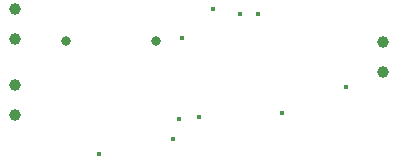
<source format=gbr>
%TF.GenerationSoftware,KiCad,Pcbnew,9.0.1*%
%TF.CreationDate,2025-07-01T21:06:53-04:00*%
%TF.ProjectId,Tiny Solar Power Suppy,54696e79-2053-46f6-9c61-7220506f7765,rev?*%
%TF.SameCoordinates,Original*%
%TF.FileFunction,Plated,1,2,PTH,Drill*%
%TF.FilePolarity,Positive*%
%FSLAX46Y46*%
G04 Gerber Fmt 4.6, Leading zero omitted, Abs format (unit mm)*
G04 Created by KiCad (PCBNEW 9.0.1) date 2025-07-01 21:06:53*
%MOMM*%
%LPD*%
G01*
G04 APERTURE LIST*
%TA.AperFunction,ViaDrill*%
%ADD10C,0.400000*%
%TD*%
%TA.AperFunction,ComponentDrill*%
%ADD11C,0.800000*%
%TD*%
%TA.AperFunction,ComponentDrill*%
%ADD12C,1.000000*%
%TD*%
G04 APERTURE END LIST*
D10*
X102200000Y-130226000D03*
X108400000Y-129000000D03*
X108900000Y-127300000D03*
X109212500Y-120412500D03*
X110650000Y-127100000D03*
X111800000Y-118000000D03*
X114107800Y-118400000D03*
X115657800Y-118400000D03*
X117625000Y-126775000D03*
X123100000Y-124600000D03*
D11*
%TO.C,J3*%
X99355000Y-120687500D03*
X106975000Y-120687500D03*
D12*
%TO.C,J4*%
X95085000Y-118000000D03*
X95085000Y-120540000D03*
%TO.C,J2*%
X95085000Y-124360000D03*
X95085000Y-126900000D03*
%TO.C,J1*%
X126200000Y-120800000D03*
X126200000Y-123340000D03*
M02*

</source>
